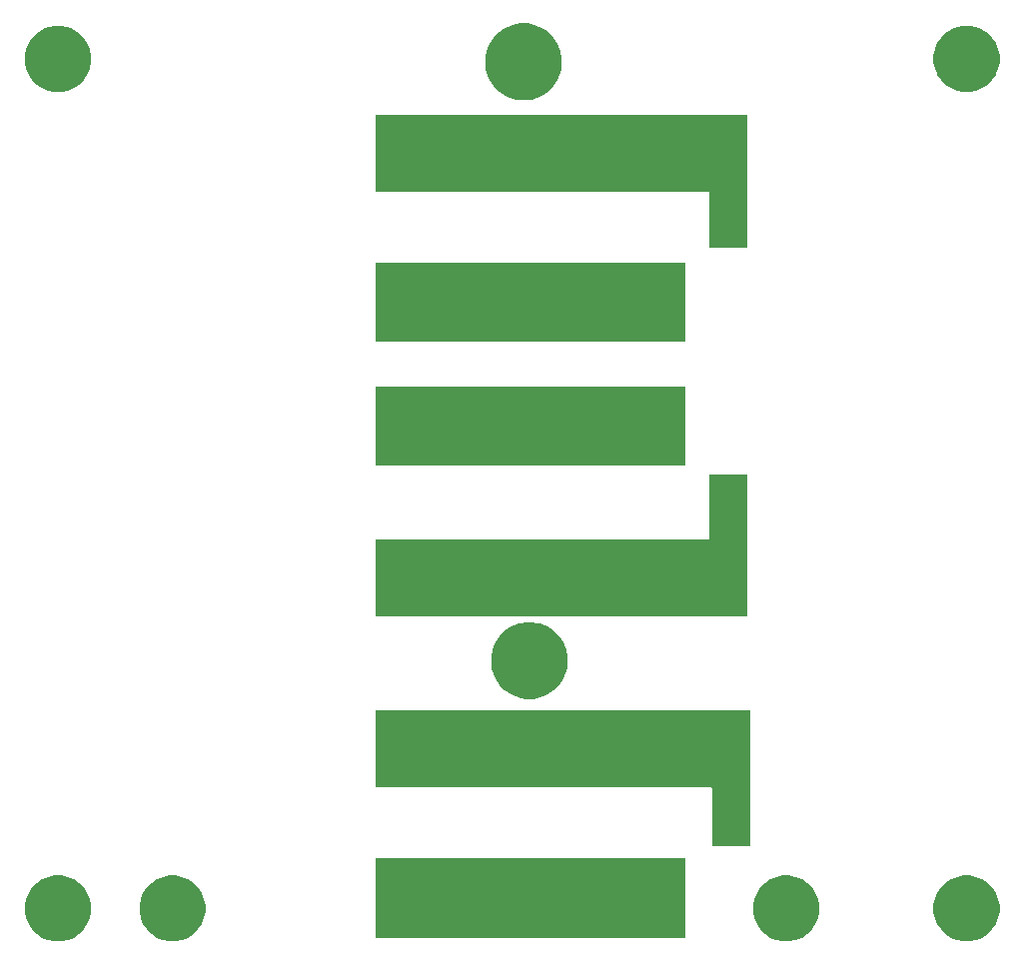
<source format=gbs>
G04 #@! TF.GenerationSoftware,KiCad,Pcbnew,(5.1.4)-1*
G04 #@! TF.CreationDate,2019-11-20T08:20:37+01:00*
G04 #@! TF.ProjectId,hardware_4850,68617264-7761-4726-955f-343835302e6b,rev?*
G04 #@! TF.SameCoordinates,Original*
G04 #@! TF.FileFunction,Soldermask,Bot*
G04 #@! TF.FilePolarity,Negative*
%FSLAX46Y46*%
G04 Gerber Fmt 4.6, Leading zero omitted, Abs format (unit mm)*
G04 Created by KiCad (PCBNEW (5.1.4)-1) date 2019-11-20 08:20:37*
%MOMM*%
%LPD*%
G04 APERTURE LIST*
%ADD10C,0.100000*%
G04 APERTURE END LIST*
D10*
G36*
X122817021Y-175806640D02*
G01*
X123326769Y-176017785D01*
X123326771Y-176017786D01*
X123785534Y-176324321D01*
X124175679Y-176714466D01*
X124482214Y-177173229D01*
X124482215Y-177173231D01*
X124693360Y-177682979D01*
X124801000Y-178224124D01*
X124801000Y-178775876D01*
X124693360Y-179317021D01*
X124482215Y-179826769D01*
X124482214Y-179826771D01*
X124175679Y-180285534D01*
X123785534Y-180675679D01*
X123326771Y-180982214D01*
X123326770Y-180982215D01*
X123326769Y-180982215D01*
X122817021Y-181193360D01*
X122275876Y-181301000D01*
X121724124Y-181301000D01*
X121182979Y-181193360D01*
X120673231Y-180982215D01*
X120673230Y-180982215D01*
X120673229Y-180982214D01*
X120214466Y-180675679D01*
X119824321Y-180285534D01*
X119517786Y-179826771D01*
X119517785Y-179826769D01*
X119306640Y-179317021D01*
X119199000Y-178775876D01*
X119199000Y-178224124D01*
X119306640Y-177682979D01*
X119517785Y-177173231D01*
X119517786Y-177173229D01*
X119824321Y-176714466D01*
X120214466Y-176324321D01*
X120673229Y-176017786D01*
X120673231Y-176017785D01*
X121182979Y-175806640D01*
X121724124Y-175699000D01*
X122275876Y-175699000D01*
X122817021Y-175806640D01*
X122817021Y-175806640D01*
G37*
G36*
X70817021Y-175806640D02*
G01*
X71326769Y-176017785D01*
X71326771Y-176017786D01*
X71785534Y-176324321D01*
X72175679Y-176714466D01*
X72482214Y-177173229D01*
X72482215Y-177173231D01*
X72693360Y-177682979D01*
X72801000Y-178224124D01*
X72801000Y-178775876D01*
X72693360Y-179317021D01*
X72482215Y-179826769D01*
X72482214Y-179826771D01*
X72175679Y-180285534D01*
X71785534Y-180675679D01*
X71326771Y-180982214D01*
X71326770Y-180982215D01*
X71326769Y-180982215D01*
X70817021Y-181193360D01*
X70275876Y-181301000D01*
X69724124Y-181301000D01*
X69182979Y-181193360D01*
X68673231Y-180982215D01*
X68673230Y-180982215D01*
X68673229Y-180982214D01*
X68214466Y-180675679D01*
X67824321Y-180285534D01*
X67517786Y-179826771D01*
X67517785Y-179826769D01*
X67306640Y-179317021D01*
X67199000Y-178775876D01*
X67199000Y-178224124D01*
X67306640Y-177682979D01*
X67517785Y-177173231D01*
X67517786Y-177173229D01*
X67824321Y-176714466D01*
X68214466Y-176324321D01*
X68673229Y-176017786D01*
X68673231Y-176017785D01*
X69182979Y-175806640D01*
X69724124Y-175699000D01*
X70275876Y-175699000D01*
X70817021Y-175806640D01*
X70817021Y-175806640D01*
G37*
G36*
X61117021Y-175806640D02*
G01*
X61626769Y-176017785D01*
X61626771Y-176017786D01*
X62085534Y-176324321D01*
X62475679Y-176714466D01*
X62782214Y-177173229D01*
X62782215Y-177173231D01*
X62993360Y-177682979D01*
X63101000Y-178224124D01*
X63101000Y-178775876D01*
X62993360Y-179317021D01*
X62782215Y-179826769D01*
X62782214Y-179826771D01*
X62475679Y-180285534D01*
X62085534Y-180675679D01*
X61626771Y-180982214D01*
X61626770Y-180982215D01*
X61626769Y-180982215D01*
X61117021Y-181193360D01*
X60575876Y-181301000D01*
X60024124Y-181301000D01*
X59482979Y-181193360D01*
X58973231Y-180982215D01*
X58973230Y-180982215D01*
X58973229Y-180982214D01*
X58514466Y-180675679D01*
X58124321Y-180285534D01*
X57817786Y-179826771D01*
X57817785Y-179826769D01*
X57606640Y-179317021D01*
X57499000Y-178775876D01*
X57499000Y-178224124D01*
X57606640Y-177682979D01*
X57817785Y-177173231D01*
X57817786Y-177173229D01*
X58124321Y-176714466D01*
X58514466Y-176324321D01*
X58973229Y-176017786D01*
X58973231Y-176017785D01*
X59482979Y-175806640D01*
X60024124Y-175699000D01*
X60575876Y-175699000D01*
X61117021Y-175806640D01*
X61117021Y-175806640D01*
G37*
G36*
X138117021Y-175806640D02*
G01*
X138626769Y-176017785D01*
X138626771Y-176017786D01*
X139085534Y-176324321D01*
X139475679Y-176714466D01*
X139782214Y-177173229D01*
X139782215Y-177173231D01*
X139993360Y-177682979D01*
X140101000Y-178224124D01*
X140101000Y-178775876D01*
X139993360Y-179317021D01*
X139782215Y-179826769D01*
X139782214Y-179826771D01*
X139475679Y-180285534D01*
X139085534Y-180675679D01*
X138626771Y-180982214D01*
X138626770Y-180982215D01*
X138626769Y-180982215D01*
X138117021Y-181193360D01*
X137575876Y-181301000D01*
X137024124Y-181301000D01*
X136482979Y-181193360D01*
X135973231Y-180982215D01*
X135973230Y-180982215D01*
X135973229Y-180982214D01*
X135514466Y-180675679D01*
X135124321Y-180285534D01*
X134817786Y-179826771D01*
X134817785Y-179826769D01*
X134606640Y-179317021D01*
X134499000Y-178775876D01*
X134499000Y-178224124D01*
X134606640Y-177682979D01*
X134817785Y-177173231D01*
X134817786Y-177173229D01*
X135124321Y-176714466D01*
X135514466Y-176324321D01*
X135973229Y-176017786D01*
X135973231Y-176017785D01*
X136482979Y-175806640D01*
X137024124Y-175699000D01*
X137575876Y-175699000D01*
X138117021Y-175806640D01*
X138117021Y-175806640D01*
G37*
G36*
X113500000Y-181000000D02*
G01*
X87250000Y-181000000D01*
X87250000Y-174250000D01*
X113500000Y-174250000D01*
X113500000Y-181000000D01*
X113500000Y-181000000D01*
G37*
G36*
X119000000Y-173250000D02*
G01*
X115750000Y-173250000D01*
X115750000Y-168374999D01*
X115747598Y-168350613D01*
X115740485Y-168327164D01*
X115728934Y-168305553D01*
X115713389Y-168286611D01*
X115694447Y-168271066D01*
X115672836Y-168259515D01*
X115649387Y-168252402D01*
X115625001Y-168250000D01*
X87250000Y-168250000D01*
X87250000Y-161750000D01*
X119000000Y-161750000D01*
X119000000Y-173250000D01*
X119000000Y-173250000D01*
G37*
G36*
X100884239Y-154311467D02*
G01*
X101198282Y-154373934D01*
X101789926Y-154619001D01*
X102322392Y-154974784D01*
X102775216Y-155427608D01*
X103130999Y-155960074D01*
X103376066Y-156551718D01*
X103376066Y-156551719D01*
X103501000Y-157179803D01*
X103501000Y-157820197D01*
X103438533Y-158134239D01*
X103376066Y-158448282D01*
X103130999Y-159039926D01*
X102775216Y-159572392D01*
X102322392Y-160025216D01*
X101789926Y-160380999D01*
X101198282Y-160626066D01*
X100884239Y-160688533D01*
X100570197Y-160751000D01*
X99929803Y-160751000D01*
X99615761Y-160688533D01*
X99301718Y-160626066D01*
X98710074Y-160380999D01*
X98177608Y-160025216D01*
X97724784Y-159572392D01*
X97369001Y-159039926D01*
X97123934Y-158448282D01*
X97061467Y-158134239D01*
X96999000Y-157820197D01*
X96999000Y-157179803D01*
X97123934Y-156551719D01*
X97123934Y-156551718D01*
X97369001Y-155960074D01*
X97724784Y-155427608D01*
X98177608Y-154974784D01*
X98710074Y-154619001D01*
X99301718Y-154373934D01*
X99615761Y-154311467D01*
X99929803Y-154249000D01*
X100570197Y-154249000D01*
X100884239Y-154311467D01*
X100884239Y-154311467D01*
G37*
G36*
X118750000Y-153750000D02*
G01*
X87250000Y-153750000D01*
X87250000Y-147250000D01*
X115375001Y-147250000D01*
X115399387Y-147247598D01*
X115422836Y-147240485D01*
X115444447Y-147228934D01*
X115463389Y-147213389D01*
X115478934Y-147194447D01*
X115490485Y-147172836D01*
X115497598Y-147149387D01*
X115500000Y-147125001D01*
X115500000Y-141750000D01*
X118750000Y-141750000D01*
X118750000Y-153750000D01*
X118750000Y-153750000D01*
G37*
G36*
X113500000Y-141000000D02*
G01*
X87250000Y-141000000D01*
X87250000Y-134250000D01*
X113500000Y-134250000D01*
X113500000Y-141000000D01*
X113500000Y-141000000D01*
G37*
G36*
X113500000Y-130500000D02*
G01*
X87250000Y-130500000D01*
X87250000Y-123750000D01*
X113500000Y-123750000D01*
X113500000Y-130500000D01*
X113500000Y-130500000D01*
G37*
G36*
X118750000Y-122500000D02*
G01*
X115500000Y-122500000D01*
X115500000Y-117874999D01*
X115497598Y-117850613D01*
X115490485Y-117827164D01*
X115478934Y-117805553D01*
X115463389Y-117786611D01*
X115444447Y-117771066D01*
X115422836Y-117759515D01*
X115399387Y-117752402D01*
X115375001Y-117750000D01*
X87250000Y-117750000D01*
X87250000Y-111250000D01*
X118750000Y-111250000D01*
X118750000Y-122500000D01*
X118750000Y-122500000D01*
G37*
G36*
X100384239Y-103561467D02*
G01*
X100698282Y-103623934D01*
X101289926Y-103869001D01*
X101579523Y-104062504D01*
X101822391Y-104224783D01*
X102275217Y-104677609D01*
X102323367Y-104749671D01*
X102630999Y-105210074D01*
X102876066Y-105801718D01*
X102876066Y-105801719D01*
X103001000Y-106429803D01*
X103001000Y-107070197D01*
X102951903Y-107317022D01*
X102876066Y-107698282D01*
X102630999Y-108289926D01*
X102275216Y-108822392D01*
X101822392Y-109275216D01*
X101289926Y-109630999D01*
X100698282Y-109876066D01*
X100384239Y-109938533D01*
X100070197Y-110001000D01*
X99429803Y-110001000D01*
X99115761Y-109938533D01*
X98801718Y-109876066D01*
X98210074Y-109630999D01*
X97677608Y-109275216D01*
X97224784Y-108822392D01*
X96869001Y-108289926D01*
X96623934Y-107698282D01*
X96548097Y-107317022D01*
X96499000Y-107070197D01*
X96499000Y-106429803D01*
X96623934Y-105801719D01*
X96623934Y-105801718D01*
X96869001Y-105210074D01*
X97176633Y-104749671D01*
X97224783Y-104677609D01*
X97677609Y-104224783D01*
X97920477Y-104062504D01*
X98210074Y-103869001D01*
X98801718Y-103623934D01*
X99115761Y-103561467D01*
X99429803Y-103499000D01*
X100070197Y-103499000D01*
X100384239Y-103561467D01*
X100384239Y-103561467D01*
G37*
G36*
X138117021Y-103806640D02*
G01*
X138583074Y-103999686D01*
X138626771Y-104017786D01*
X139085534Y-104324321D01*
X139475679Y-104714466D01*
X139782214Y-105173229D01*
X139782215Y-105173231D01*
X139993360Y-105682979D01*
X140101000Y-106224124D01*
X140101000Y-106775876D01*
X139993360Y-107317021D01*
X139835436Y-107698282D01*
X139782214Y-107826771D01*
X139475679Y-108285534D01*
X139085534Y-108675679D01*
X138626771Y-108982214D01*
X138626770Y-108982215D01*
X138626769Y-108982215D01*
X138117021Y-109193360D01*
X137575876Y-109301000D01*
X137024124Y-109301000D01*
X136482979Y-109193360D01*
X135973231Y-108982215D01*
X135973230Y-108982215D01*
X135973229Y-108982214D01*
X135514466Y-108675679D01*
X135124321Y-108285534D01*
X134817786Y-107826771D01*
X134764564Y-107698282D01*
X134606640Y-107317021D01*
X134499000Y-106775876D01*
X134499000Y-106224124D01*
X134606640Y-105682979D01*
X134817785Y-105173231D01*
X134817786Y-105173229D01*
X135124321Y-104714466D01*
X135514466Y-104324321D01*
X135973229Y-104017786D01*
X136016926Y-103999686D01*
X136482979Y-103806640D01*
X137024124Y-103699000D01*
X137575876Y-103699000D01*
X138117021Y-103806640D01*
X138117021Y-103806640D01*
G37*
G36*
X61117021Y-103806640D02*
G01*
X61583074Y-103999686D01*
X61626771Y-104017786D01*
X62085534Y-104324321D01*
X62475679Y-104714466D01*
X62782214Y-105173229D01*
X62782215Y-105173231D01*
X62993360Y-105682979D01*
X63101000Y-106224124D01*
X63101000Y-106775876D01*
X62993360Y-107317021D01*
X62835436Y-107698282D01*
X62782214Y-107826771D01*
X62475679Y-108285534D01*
X62085534Y-108675679D01*
X61626771Y-108982214D01*
X61626770Y-108982215D01*
X61626769Y-108982215D01*
X61117021Y-109193360D01*
X60575876Y-109301000D01*
X60024124Y-109301000D01*
X59482979Y-109193360D01*
X58973231Y-108982215D01*
X58973230Y-108982215D01*
X58973229Y-108982214D01*
X58514466Y-108675679D01*
X58124321Y-108285534D01*
X57817786Y-107826771D01*
X57764564Y-107698282D01*
X57606640Y-107317021D01*
X57499000Y-106775876D01*
X57499000Y-106224124D01*
X57606640Y-105682979D01*
X57817785Y-105173231D01*
X57817786Y-105173229D01*
X58124321Y-104714466D01*
X58514466Y-104324321D01*
X58973229Y-104017786D01*
X59016926Y-103999686D01*
X59482979Y-103806640D01*
X60024124Y-103699000D01*
X60575876Y-103699000D01*
X61117021Y-103806640D01*
X61117021Y-103806640D01*
G37*
M02*

</source>
